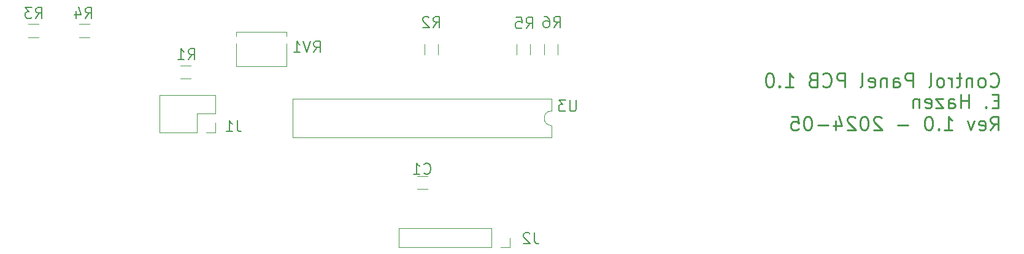
<source format=gbr>
%TF.GenerationSoftware,KiCad,Pcbnew,8.0.1-8.0.1-1~ubuntu22.04.1*%
%TF.CreationDate,2024-04-28T12:17:03-04:00*%
%TF.ProjectId,control-panel,636f6e74-726f-46c2-9d70-616e656c2e6b,rev?*%
%TF.SameCoordinates,Original*%
%TF.FileFunction,Legend,Bot*%
%TF.FilePolarity,Positive*%
%FSLAX46Y46*%
G04 Gerber Fmt 4.6, Leading zero omitted, Abs format (unit mm)*
G04 Created by KiCad (PCBNEW 8.0.1-8.0.1-1~ubuntu22.04.1) date 2024-04-28 12:17:03*
%MOMM*%
%LPD*%
G01*
G04 APERTURE LIST*
%ADD10C,0.254000*%
%ADD11C,0.203200*%
%ADD12C,0.120000*%
G04 APERTURE END LIST*
D10*
X220486323Y-67443856D02*
X219851323Y-67443856D01*
X219579180Y-68441713D02*
X220486323Y-68441713D01*
X220486323Y-68441713D02*
X220486323Y-66536713D01*
X220486323Y-66536713D02*
X219579180Y-66536713D01*
X218762752Y-68260284D02*
X218672038Y-68350999D01*
X218672038Y-68350999D02*
X218762752Y-68441713D01*
X218762752Y-68441713D02*
X218853466Y-68350999D01*
X218853466Y-68350999D02*
X218762752Y-68260284D01*
X218762752Y-68260284D02*
X218762752Y-68441713D01*
X216404180Y-68441713D02*
X216404180Y-66536713D01*
X216404180Y-67443856D02*
X215315609Y-67443856D01*
X215315609Y-68441713D02*
X215315609Y-66536713D01*
X213592038Y-68441713D02*
X213592038Y-67443856D01*
X213592038Y-67443856D02*
X213682752Y-67262427D01*
X213682752Y-67262427D02*
X213864180Y-67171713D01*
X213864180Y-67171713D02*
X214227038Y-67171713D01*
X214227038Y-67171713D02*
X214408466Y-67262427D01*
X213592038Y-68350999D02*
X213773466Y-68441713D01*
X213773466Y-68441713D02*
X214227038Y-68441713D01*
X214227038Y-68441713D02*
X214408466Y-68350999D01*
X214408466Y-68350999D02*
X214499180Y-68169570D01*
X214499180Y-68169570D02*
X214499180Y-67988141D01*
X214499180Y-67988141D02*
X214408466Y-67806713D01*
X214408466Y-67806713D02*
X214227038Y-67715999D01*
X214227038Y-67715999D02*
X213773466Y-67715999D01*
X213773466Y-67715999D02*
X213592038Y-67625284D01*
X212866324Y-67171713D02*
X211868467Y-67171713D01*
X211868467Y-67171713D02*
X212866324Y-68441713D01*
X212866324Y-68441713D02*
X211868467Y-68441713D01*
X210417038Y-68350999D02*
X210598466Y-68441713D01*
X210598466Y-68441713D02*
X210961324Y-68441713D01*
X210961324Y-68441713D02*
X211142752Y-68350999D01*
X211142752Y-68350999D02*
X211233466Y-68169570D01*
X211233466Y-68169570D02*
X211233466Y-67443856D01*
X211233466Y-67443856D02*
X211142752Y-67262427D01*
X211142752Y-67262427D02*
X210961324Y-67171713D01*
X210961324Y-67171713D02*
X210598466Y-67171713D01*
X210598466Y-67171713D02*
X210417038Y-67262427D01*
X210417038Y-67262427D02*
X210326324Y-67443856D01*
X210326324Y-67443856D02*
X210326324Y-67625284D01*
X210326324Y-67625284D02*
X211233466Y-67806713D01*
X209509895Y-67171713D02*
X209509895Y-68441713D01*
X209509895Y-67353141D02*
X209419181Y-67262427D01*
X209419181Y-67262427D02*
X209237752Y-67171713D01*
X209237752Y-67171713D02*
X208965609Y-67171713D01*
X208965609Y-67171713D02*
X208784181Y-67262427D01*
X208784181Y-67262427D02*
X208693467Y-67443856D01*
X208693467Y-67443856D02*
X208693467Y-68441713D01*
X219397752Y-71508656D02*
X220032752Y-70601513D01*
X220486323Y-71508656D02*
X220486323Y-69603656D01*
X220486323Y-69603656D02*
X219760609Y-69603656D01*
X219760609Y-69603656D02*
X219579180Y-69694370D01*
X219579180Y-69694370D02*
X219488466Y-69785084D01*
X219488466Y-69785084D02*
X219397752Y-69966513D01*
X219397752Y-69966513D02*
X219397752Y-70238656D01*
X219397752Y-70238656D02*
X219488466Y-70420084D01*
X219488466Y-70420084D02*
X219579180Y-70510799D01*
X219579180Y-70510799D02*
X219760609Y-70601513D01*
X219760609Y-70601513D02*
X220486323Y-70601513D01*
X217855609Y-71417942D02*
X218037037Y-71508656D01*
X218037037Y-71508656D02*
X218399895Y-71508656D01*
X218399895Y-71508656D02*
X218581323Y-71417942D01*
X218581323Y-71417942D02*
X218672037Y-71236513D01*
X218672037Y-71236513D02*
X218672037Y-70510799D01*
X218672037Y-70510799D02*
X218581323Y-70329370D01*
X218581323Y-70329370D02*
X218399895Y-70238656D01*
X218399895Y-70238656D02*
X218037037Y-70238656D01*
X218037037Y-70238656D02*
X217855609Y-70329370D01*
X217855609Y-70329370D02*
X217764895Y-70510799D01*
X217764895Y-70510799D02*
X217764895Y-70692227D01*
X217764895Y-70692227D02*
X218672037Y-70873656D01*
X217129895Y-70238656D02*
X216676323Y-71508656D01*
X216676323Y-71508656D02*
X216222752Y-70238656D01*
X213047751Y-71508656D02*
X214136322Y-71508656D01*
X213592037Y-71508656D02*
X213592037Y-69603656D01*
X213592037Y-69603656D02*
X213773465Y-69875799D01*
X213773465Y-69875799D02*
X213954894Y-70057227D01*
X213954894Y-70057227D02*
X214136322Y-70147942D01*
X212231322Y-71327227D02*
X212140608Y-71417942D01*
X212140608Y-71417942D02*
X212231322Y-71508656D01*
X212231322Y-71508656D02*
X212322036Y-71417942D01*
X212322036Y-71417942D02*
X212231322Y-71327227D01*
X212231322Y-71327227D02*
X212231322Y-71508656D01*
X210961322Y-69603656D02*
X210779893Y-69603656D01*
X210779893Y-69603656D02*
X210598465Y-69694370D01*
X210598465Y-69694370D02*
X210507751Y-69785084D01*
X210507751Y-69785084D02*
X210417036Y-69966513D01*
X210417036Y-69966513D02*
X210326322Y-70329370D01*
X210326322Y-70329370D02*
X210326322Y-70782942D01*
X210326322Y-70782942D02*
X210417036Y-71145799D01*
X210417036Y-71145799D02*
X210507751Y-71327227D01*
X210507751Y-71327227D02*
X210598465Y-71417942D01*
X210598465Y-71417942D02*
X210779893Y-71508656D01*
X210779893Y-71508656D02*
X210961322Y-71508656D01*
X210961322Y-71508656D02*
X211142751Y-71417942D01*
X211142751Y-71417942D02*
X211233465Y-71327227D01*
X211233465Y-71327227D02*
X211324179Y-71145799D01*
X211324179Y-71145799D02*
X211414893Y-70782942D01*
X211414893Y-70782942D02*
X211414893Y-70329370D01*
X211414893Y-70329370D02*
X211324179Y-69966513D01*
X211324179Y-69966513D02*
X211233465Y-69785084D01*
X211233465Y-69785084D02*
X211142751Y-69694370D01*
X211142751Y-69694370D02*
X210961322Y-69603656D01*
X208058464Y-70782942D02*
X206607036Y-70782942D01*
X204339178Y-69785084D02*
X204248464Y-69694370D01*
X204248464Y-69694370D02*
X204067036Y-69603656D01*
X204067036Y-69603656D02*
X203613464Y-69603656D01*
X203613464Y-69603656D02*
X203432036Y-69694370D01*
X203432036Y-69694370D02*
X203341321Y-69785084D01*
X203341321Y-69785084D02*
X203250607Y-69966513D01*
X203250607Y-69966513D02*
X203250607Y-70147942D01*
X203250607Y-70147942D02*
X203341321Y-70420084D01*
X203341321Y-70420084D02*
X204429893Y-71508656D01*
X204429893Y-71508656D02*
X203250607Y-71508656D01*
X202071321Y-69603656D02*
X201889892Y-69603656D01*
X201889892Y-69603656D02*
X201708464Y-69694370D01*
X201708464Y-69694370D02*
X201617750Y-69785084D01*
X201617750Y-69785084D02*
X201527035Y-69966513D01*
X201527035Y-69966513D02*
X201436321Y-70329370D01*
X201436321Y-70329370D02*
X201436321Y-70782942D01*
X201436321Y-70782942D02*
X201527035Y-71145799D01*
X201527035Y-71145799D02*
X201617750Y-71327227D01*
X201617750Y-71327227D02*
X201708464Y-71417942D01*
X201708464Y-71417942D02*
X201889892Y-71508656D01*
X201889892Y-71508656D02*
X202071321Y-71508656D01*
X202071321Y-71508656D02*
X202252750Y-71417942D01*
X202252750Y-71417942D02*
X202343464Y-71327227D01*
X202343464Y-71327227D02*
X202434178Y-71145799D01*
X202434178Y-71145799D02*
X202524892Y-70782942D01*
X202524892Y-70782942D02*
X202524892Y-70329370D01*
X202524892Y-70329370D02*
X202434178Y-69966513D01*
X202434178Y-69966513D02*
X202343464Y-69785084D01*
X202343464Y-69785084D02*
X202252750Y-69694370D01*
X202252750Y-69694370D02*
X202071321Y-69603656D01*
X200710606Y-69785084D02*
X200619892Y-69694370D01*
X200619892Y-69694370D02*
X200438464Y-69603656D01*
X200438464Y-69603656D02*
X199984892Y-69603656D01*
X199984892Y-69603656D02*
X199803464Y-69694370D01*
X199803464Y-69694370D02*
X199712749Y-69785084D01*
X199712749Y-69785084D02*
X199622035Y-69966513D01*
X199622035Y-69966513D02*
X199622035Y-70147942D01*
X199622035Y-70147942D02*
X199712749Y-70420084D01*
X199712749Y-70420084D02*
X200801321Y-71508656D01*
X200801321Y-71508656D02*
X199622035Y-71508656D01*
X197989178Y-70238656D02*
X197989178Y-71508656D01*
X198442749Y-69512942D02*
X198896320Y-70873656D01*
X198896320Y-70873656D02*
X197717035Y-70873656D01*
X196991320Y-70782942D02*
X195539892Y-70782942D01*
X194269892Y-69603656D02*
X194088463Y-69603656D01*
X194088463Y-69603656D02*
X193907035Y-69694370D01*
X193907035Y-69694370D02*
X193816321Y-69785084D01*
X193816321Y-69785084D02*
X193725606Y-69966513D01*
X193725606Y-69966513D02*
X193634892Y-70329370D01*
X193634892Y-70329370D02*
X193634892Y-70782942D01*
X193634892Y-70782942D02*
X193725606Y-71145799D01*
X193725606Y-71145799D02*
X193816321Y-71327227D01*
X193816321Y-71327227D02*
X193907035Y-71417942D01*
X193907035Y-71417942D02*
X194088463Y-71508656D01*
X194088463Y-71508656D02*
X194269892Y-71508656D01*
X194269892Y-71508656D02*
X194451321Y-71417942D01*
X194451321Y-71417942D02*
X194542035Y-71327227D01*
X194542035Y-71327227D02*
X194632749Y-71145799D01*
X194632749Y-71145799D02*
X194723463Y-70782942D01*
X194723463Y-70782942D02*
X194723463Y-70329370D01*
X194723463Y-70329370D02*
X194632749Y-69966513D01*
X194632749Y-69966513D02*
X194542035Y-69785084D01*
X194542035Y-69785084D02*
X194451321Y-69694370D01*
X194451321Y-69694370D02*
X194269892Y-69603656D01*
X191911320Y-69603656D02*
X192818463Y-69603656D01*
X192818463Y-69603656D02*
X192909177Y-70510799D01*
X192909177Y-70510799D02*
X192818463Y-70420084D01*
X192818463Y-70420084D02*
X192637035Y-70329370D01*
X192637035Y-70329370D02*
X192183463Y-70329370D01*
X192183463Y-70329370D02*
X192002035Y-70420084D01*
X192002035Y-70420084D02*
X191911320Y-70510799D01*
X191911320Y-70510799D02*
X191820606Y-70692227D01*
X191820606Y-70692227D02*
X191820606Y-71145799D01*
X191820606Y-71145799D02*
X191911320Y-71327227D01*
X191911320Y-71327227D02*
X192002035Y-71417942D01*
X192002035Y-71417942D02*
X192183463Y-71508656D01*
X192183463Y-71508656D02*
X192637035Y-71508656D01*
X192637035Y-71508656D02*
X192818463Y-71417942D01*
X192818463Y-71417942D02*
X192909177Y-71327227D01*
X219397752Y-65358227D02*
X219488466Y-65448942D01*
X219488466Y-65448942D02*
X219760609Y-65539656D01*
X219760609Y-65539656D02*
X219942037Y-65539656D01*
X219942037Y-65539656D02*
X220214180Y-65448942D01*
X220214180Y-65448942D02*
X220395609Y-65267513D01*
X220395609Y-65267513D02*
X220486323Y-65086084D01*
X220486323Y-65086084D02*
X220577037Y-64723227D01*
X220577037Y-64723227D02*
X220577037Y-64451084D01*
X220577037Y-64451084D02*
X220486323Y-64088227D01*
X220486323Y-64088227D02*
X220395609Y-63906799D01*
X220395609Y-63906799D02*
X220214180Y-63725370D01*
X220214180Y-63725370D02*
X219942037Y-63634656D01*
X219942037Y-63634656D02*
X219760609Y-63634656D01*
X219760609Y-63634656D02*
X219488466Y-63725370D01*
X219488466Y-63725370D02*
X219397752Y-63816084D01*
X218309180Y-65539656D02*
X218490609Y-65448942D01*
X218490609Y-65448942D02*
X218581323Y-65358227D01*
X218581323Y-65358227D02*
X218672037Y-65176799D01*
X218672037Y-65176799D02*
X218672037Y-64632513D01*
X218672037Y-64632513D02*
X218581323Y-64451084D01*
X218581323Y-64451084D02*
X218490609Y-64360370D01*
X218490609Y-64360370D02*
X218309180Y-64269656D01*
X218309180Y-64269656D02*
X218037037Y-64269656D01*
X218037037Y-64269656D02*
X217855609Y-64360370D01*
X217855609Y-64360370D02*
X217764895Y-64451084D01*
X217764895Y-64451084D02*
X217674180Y-64632513D01*
X217674180Y-64632513D02*
X217674180Y-65176799D01*
X217674180Y-65176799D02*
X217764895Y-65358227D01*
X217764895Y-65358227D02*
X217855609Y-65448942D01*
X217855609Y-65448942D02*
X218037037Y-65539656D01*
X218037037Y-65539656D02*
X218309180Y-65539656D01*
X216857752Y-64269656D02*
X216857752Y-65539656D01*
X216857752Y-64451084D02*
X216767038Y-64360370D01*
X216767038Y-64360370D02*
X216585609Y-64269656D01*
X216585609Y-64269656D02*
X216313466Y-64269656D01*
X216313466Y-64269656D02*
X216132038Y-64360370D01*
X216132038Y-64360370D02*
X216041324Y-64541799D01*
X216041324Y-64541799D02*
X216041324Y-65539656D01*
X215406324Y-64269656D02*
X214680610Y-64269656D01*
X215134181Y-63634656D02*
X215134181Y-65267513D01*
X215134181Y-65267513D02*
X215043467Y-65448942D01*
X215043467Y-65448942D02*
X214862038Y-65539656D01*
X214862038Y-65539656D02*
X214680610Y-65539656D01*
X214045610Y-65539656D02*
X214045610Y-64269656D01*
X214045610Y-64632513D02*
X213954896Y-64451084D01*
X213954896Y-64451084D02*
X213864182Y-64360370D01*
X213864182Y-64360370D02*
X213682753Y-64269656D01*
X213682753Y-64269656D02*
X213501324Y-64269656D01*
X212594181Y-65539656D02*
X212775610Y-65448942D01*
X212775610Y-65448942D02*
X212866324Y-65358227D01*
X212866324Y-65358227D02*
X212957038Y-65176799D01*
X212957038Y-65176799D02*
X212957038Y-64632513D01*
X212957038Y-64632513D02*
X212866324Y-64451084D01*
X212866324Y-64451084D02*
X212775610Y-64360370D01*
X212775610Y-64360370D02*
X212594181Y-64269656D01*
X212594181Y-64269656D02*
X212322038Y-64269656D01*
X212322038Y-64269656D02*
X212140610Y-64360370D01*
X212140610Y-64360370D02*
X212049896Y-64451084D01*
X212049896Y-64451084D02*
X211959181Y-64632513D01*
X211959181Y-64632513D02*
X211959181Y-65176799D01*
X211959181Y-65176799D02*
X212049896Y-65358227D01*
X212049896Y-65358227D02*
X212140610Y-65448942D01*
X212140610Y-65448942D02*
X212322038Y-65539656D01*
X212322038Y-65539656D02*
X212594181Y-65539656D01*
X210870610Y-65539656D02*
X211052039Y-65448942D01*
X211052039Y-65448942D02*
X211142753Y-65267513D01*
X211142753Y-65267513D02*
X211142753Y-63634656D01*
X208693467Y-65539656D02*
X208693467Y-63634656D01*
X208693467Y-63634656D02*
X207967753Y-63634656D01*
X207967753Y-63634656D02*
X207786324Y-63725370D01*
X207786324Y-63725370D02*
X207695610Y-63816084D01*
X207695610Y-63816084D02*
X207604896Y-63997513D01*
X207604896Y-63997513D02*
X207604896Y-64269656D01*
X207604896Y-64269656D02*
X207695610Y-64451084D01*
X207695610Y-64451084D02*
X207786324Y-64541799D01*
X207786324Y-64541799D02*
X207967753Y-64632513D01*
X207967753Y-64632513D02*
X208693467Y-64632513D01*
X205972039Y-65539656D02*
X205972039Y-64541799D01*
X205972039Y-64541799D02*
X206062753Y-64360370D01*
X206062753Y-64360370D02*
X206244181Y-64269656D01*
X206244181Y-64269656D02*
X206607039Y-64269656D01*
X206607039Y-64269656D02*
X206788467Y-64360370D01*
X205972039Y-65448942D02*
X206153467Y-65539656D01*
X206153467Y-65539656D02*
X206607039Y-65539656D01*
X206607039Y-65539656D02*
X206788467Y-65448942D01*
X206788467Y-65448942D02*
X206879181Y-65267513D01*
X206879181Y-65267513D02*
X206879181Y-65086084D01*
X206879181Y-65086084D02*
X206788467Y-64904656D01*
X206788467Y-64904656D02*
X206607039Y-64813942D01*
X206607039Y-64813942D02*
X206153467Y-64813942D01*
X206153467Y-64813942D02*
X205972039Y-64723227D01*
X205064896Y-64269656D02*
X205064896Y-65539656D01*
X205064896Y-64451084D02*
X204974182Y-64360370D01*
X204974182Y-64360370D02*
X204792753Y-64269656D01*
X204792753Y-64269656D02*
X204520610Y-64269656D01*
X204520610Y-64269656D02*
X204339182Y-64360370D01*
X204339182Y-64360370D02*
X204248468Y-64541799D01*
X204248468Y-64541799D02*
X204248468Y-65539656D01*
X202615611Y-65448942D02*
X202797039Y-65539656D01*
X202797039Y-65539656D02*
X203159897Y-65539656D01*
X203159897Y-65539656D02*
X203341325Y-65448942D01*
X203341325Y-65448942D02*
X203432039Y-65267513D01*
X203432039Y-65267513D02*
X203432039Y-64541799D01*
X203432039Y-64541799D02*
X203341325Y-64360370D01*
X203341325Y-64360370D02*
X203159897Y-64269656D01*
X203159897Y-64269656D02*
X202797039Y-64269656D01*
X202797039Y-64269656D02*
X202615611Y-64360370D01*
X202615611Y-64360370D02*
X202524897Y-64541799D01*
X202524897Y-64541799D02*
X202524897Y-64723227D01*
X202524897Y-64723227D02*
X203432039Y-64904656D01*
X201436325Y-65539656D02*
X201617754Y-65448942D01*
X201617754Y-65448942D02*
X201708468Y-65267513D01*
X201708468Y-65267513D02*
X201708468Y-63634656D01*
X199259182Y-65539656D02*
X199259182Y-63634656D01*
X199259182Y-63634656D02*
X198533468Y-63634656D01*
X198533468Y-63634656D02*
X198352039Y-63725370D01*
X198352039Y-63725370D02*
X198261325Y-63816084D01*
X198261325Y-63816084D02*
X198170611Y-63997513D01*
X198170611Y-63997513D02*
X198170611Y-64269656D01*
X198170611Y-64269656D02*
X198261325Y-64451084D01*
X198261325Y-64451084D02*
X198352039Y-64541799D01*
X198352039Y-64541799D02*
X198533468Y-64632513D01*
X198533468Y-64632513D02*
X199259182Y-64632513D01*
X196265611Y-65358227D02*
X196356325Y-65448942D01*
X196356325Y-65448942D02*
X196628468Y-65539656D01*
X196628468Y-65539656D02*
X196809896Y-65539656D01*
X196809896Y-65539656D02*
X197082039Y-65448942D01*
X197082039Y-65448942D02*
X197263468Y-65267513D01*
X197263468Y-65267513D02*
X197354182Y-65086084D01*
X197354182Y-65086084D02*
X197444896Y-64723227D01*
X197444896Y-64723227D02*
X197444896Y-64451084D01*
X197444896Y-64451084D02*
X197354182Y-64088227D01*
X197354182Y-64088227D02*
X197263468Y-63906799D01*
X197263468Y-63906799D02*
X197082039Y-63725370D01*
X197082039Y-63725370D02*
X196809896Y-63634656D01*
X196809896Y-63634656D02*
X196628468Y-63634656D01*
X196628468Y-63634656D02*
X196356325Y-63725370D01*
X196356325Y-63725370D02*
X196265611Y-63816084D01*
X194814182Y-64541799D02*
X194542039Y-64632513D01*
X194542039Y-64632513D02*
X194451325Y-64723227D01*
X194451325Y-64723227D02*
X194360611Y-64904656D01*
X194360611Y-64904656D02*
X194360611Y-65176799D01*
X194360611Y-65176799D02*
X194451325Y-65358227D01*
X194451325Y-65358227D02*
X194542039Y-65448942D01*
X194542039Y-65448942D02*
X194723468Y-65539656D01*
X194723468Y-65539656D02*
X195449182Y-65539656D01*
X195449182Y-65539656D02*
X195449182Y-63634656D01*
X195449182Y-63634656D02*
X194814182Y-63634656D01*
X194814182Y-63634656D02*
X194632754Y-63725370D01*
X194632754Y-63725370D02*
X194542039Y-63816084D01*
X194542039Y-63816084D02*
X194451325Y-63997513D01*
X194451325Y-63997513D02*
X194451325Y-64178942D01*
X194451325Y-64178942D02*
X194542039Y-64360370D01*
X194542039Y-64360370D02*
X194632754Y-64451084D01*
X194632754Y-64451084D02*
X194814182Y-64541799D01*
X194814182Y-64541799D02*
X195449182Y-64541799D01*
X191094896Y-65539656D02*
X192183467Y-65539656D01*
X191639182Y-65539656D02*
X191639182Y-63634656D01*
X191639182Y-63634656D02*
X191820610Y-63906799D01*
X191820610Y-63906799D02*
X192002039Y-64088227D01*
X192002039Y-64088227D02*
X192183467Y-64178942D01*
X190278467Y-65358227D02*
X190187753Y-65448942D01*
X190187753Y-65448942D02*
X190278467Y-65539656D01*
X190278467Y-65539656D02*
X190369181Y-65448942D01*
X190369181Y-65448942D02*
X190278467Y-65358227D01*
X190278467Y-65358227D02*
X190278467Y-65539656D01*
X189008467Y-63634656D02*
X188827038Y-63634656D01*
X188827038Y-63634656D02*
X188645610Y-63725370D01*
X188645610Y-63725370D02*
X188554896Y-63816084D01*
X188554896Y-63816084D02*
X188464181Y-63997513D01*
X188464181Y-63997513D02*
X188373467Y-64360370D01*
X188373467Y-64360370D02*
X188373467Y-64813942D01*
X188373467Y-64813942D02*
X188464181Y-65176799D01*
X188464181Y-65176799D02*
X188554896Y-65358227D01*
X188554896Y-65358227D02*
X188645610Y-65448942D01*
X188645610Y-65448942D02*
X188827038Y-65539656D01*
X188827038Y-65539656D02*
X189008467Y-65539656D01*
X189008467Y-65539656D02*
X189189896Y-65448942D01*
X189189896Y-65448942D02*
X189280610Y-65358227D01*
X189280610Y-65358227D02*
X189371324Y-65176799D01*
X189371324Y-65176799D02*
X189462038Y-64813942D01*
X189462038Y-64813942D02*
X189462038Y-64360370D01*
X189462038Y-64360370D02*
X189371324Y-63997513D01*
X189371324Y-63997513D02*
X189280610Y-63816084D01*
X189280610Y-63816084D02*
X189189896Y-63725370D01*
X189189896Y-63725370D02*
X189008467Y-63634656D01*
D11*
X126002142Y-60765464D02*
X126510142Y-60039750D01*
X126872999Y-60765464D02*
X126872999Y-59241464D01*
X126872999Y-59241464D02*
X126292428Y-59241464D01*
X126292428Y-59241464D02*
X126147285Y-59314035D01*
X126147285Y-59314035D02*
X126074714Y-59386607D01*
X126074714Y-59386607D02*
X126002142Y-59531750D01*
X126002142Y-59531750D02*
X126002142Y-59749464D01*
X126002142Y-59749464D02*
X126074714Y-59894607D01*
X126074714Y-59894607D02*
X126147285Y-59967178D01*
X126147285Y-59967178D02*
X126292428Y-60039750D01*
X126292428Y-60039750D02*
X126872999Y-60039750D01*
X125566714Y-59241464D02*
X125058714Y-60765464D01*
X125058714Y-60765464D02*
X124550714Y-59241464D01*
X123244428Y-60765464D02*
X124115285Y-60765464D01*
X123679856Y-60765464D02*
X123679856Y-59241464D01*
X123679856Y-59241464D02*
X123824999Y-59459178D01*
X123824999Y-59459178D02*
X123970142Y-59604321D01*
X123970142Y-59604321D02*
X124115285Y-59676893D01*
X108711999Y-61781464D02*
X109219999Y-61055750D01*
X109582856Y-61781464D02*
X109582856Y-60257464D01*
X109582856Y-60257464D02*
X109002285Y-60257464D01*
X109002285Y-60257464D02*
X108857142Y-60330035D01*
X108857142Y-60330035D02*
X108784571Y-60402607D01*
X108784571Y-60402607D02*
X108711999Y-60547750D01*
X108711999Y-60547750D02*
X108711999Y-60765464D01*
X108711999Y-60765464D02*
X108784571Y-60910607D01*
X108784571Y-60910607D02*
X108857142Y-60983178D01*
X108857142Y-60983178D02*
X109002285Y-61055750D01*
X109002285Y-61055750D02*
X109582856Y-61055750D01*
X107260571Y-61781464D02*
X108131428Y-61781464D01*
X107695999Y-61781464D02*
X107695999Y-60257464D01*
X107695999Y-60257464D02*
X107841142Y-60475178D01*
X107841142Y-60475178D02*
X107986285Y-60620321D01*
X107986285Y-60620321D02*
X108131428Y-60692893D01*
X156464000Y-85657464D02*
X156464000Y-86746035D01*
X156464000Y-86746035D02*
X156536571Y-86963750D01*
X156536571Y-86963750D02*
X156681714Y-87108893D01*
X156681714Y-87108893D02*
X156899428Y-87181464D01*
X156899428Y-87181464D02*
X157044571Y-87181464D01*
X155810857Y-85802607D02*
X155738285Y-85730035D01*
X155738285Y-85730035D02*
X155593143Y-85657464D01*
X155593143Y-85657464D02*
X155230285Y-85657464D01*
X155230285Y-85657464D02*
X155085143Y-85730035D01*
X155085143Y-85730035D02*
X155012571Y-85802607D01*
X155012571Y-85802607D02*
X154940000Y-85947750D01*
X154940000Y-85947750D02*
X154940000Y-86092893D01*
X154940000Y-86092893D02*
X155012571Y-86310607D01*
X155012571Y-86310607D02*
X155883428Y-87181464D01*
X155883428Y-87181464D02*
X154940000Y-87181464D01*
X94487999Y-56066464D02*
X94995999Y-55340750D01*
X95358856Y-56066464D02*
X95358856Y-54542464D01*
X95358856Y-54542464D02*
X94778285Y-54542464D01*
X94778285Y-54542464D02*
X94633142Y-54615035D01*
X94633142Y-54615035D02*
X94560571Y-54687607D01*
X94560571Y-54687607D02*
X94487999Y-54832750D01*
X94487999Y-54832750D02*
X94487999Y-55050464D01*
X94487999Y-55050464D02*
X94560571Y-55195607D01*
X94560571Y-55195607D02*
X94633142Y-55268178D01*
X94633142Y-55268178D02*
X94778285Y-55340750D01*
X94778285Y-55340750D02*
X95358856Y-55340750D01*
X93181714Y-55050464D02*
X93181714Y-56066464D01*
X93544571Y-54469893D02*
X93907428Y-55558464D01*
X93907428Y-55558464D02*
X92963999Y-55558464D01*
X87629999Y-56066464D02*
X88137999Y-55340750D01*
X88500856Y-56066464D02*
X88500856Y-54542464D01*
X88500856Y-54542464D02*
X87920285Y-54542464D01*
X87920285Y-54542464D02*
X87775142Y-54615035D01*
X87775142Y-54615035D02*
X87702571Y-54687607D01*
X87702571Y-54687607D02*
X87629999Y-54832750D01*
X87629999Y-54832750D02*
X87629999Y-55050464D01*
X87629999Y-55050464D02*
X87702571Y-55195607D01*
X87702571Y-55195607D02*
X87775142Y-55268178D01*
X87775142Y-55268178D02*
X87920285Y-55340750D01*
X87920285Y-55340750D02*
X88500856Y-55340750D01*
X87121999Y-54542464D02*
X86178571Y-54542464D01*
X86178571Y-54542464D02*
X86686571Y-55123035D01*
X86686571Y-55123035D02*
X86468856Y-55123035D01*
X86468856Y-55123035D02*
X86323714Y-55195607D01*
X86323714Y-55195607D02*
X86251142Y-55268178D01*
X86251142Y-55268178D02*
X86178571Y-55413321D01*
X86178571Y-55413321D02*
X86178571Y-55776178D01*
X86178571Y-55776178D02*
X86251142Y-55921321D01*
X86251142Y-55921321D02*
X86323714Y-55993893D01*
X86323714Y-55993893D02*
X86468856Y-56066464D01*
X86468856Y-56066464D02*
X86904285Y-56066464D01*
X86904285Y-56066464D02*
X87049428Y-55993893D01*
X87049428Y-55993893D02*
X87121999Y-55921321D01*
X115443000Y-70163464D02*
X115443000Y-71252035D01*
X115443000Y-71252035D02*
X115515571Y-71469750D01*
X115515571Y-71469750D02*
X115660714Y-71614893D01*
X115660714Y-71614893D02*
X115878428Y-71687464D01*
X115878428Y-71687464D02*
X116023571Y-71687464D01*
X113919000Y-71687464D02*
X114789857Y-71687464D01*
X114354428Y-71687464D02*
X114354428Y-70163464D01*
X114354428Y-70163464D02*
X114499571Y-70381178D01*
X114499571Y-70381178D02*
X114644714Y-70526321D01*
X114644714Y-70526321D02*
X114789857Y-70598893D01*
X159130999Y-57336464D02*
X159638999Y-56610750D01*
X160001856Y-57336464D02*
X160001856Y-55812464D01*
X160001856Y-55812464D02*
X159421285Y-55812464D01*
X159421285Y-55812464D02*
X159276142Y-55885035D01*
X159276142Y-55885035D02*
X159203571Y-55957607D01*
X159203571Y-55957607D02*
X159130999Y-56102750D01*
X159130999Y-56102750D02*
X159130999Y-56320464D01*
X159130999Y-56320464D02*
X159203571Y-56465607D01*
X159203571Y-56465607D02*
X159276142Y-56538178D01*
X159276142Y-56538178D02*
X159421285Y-56610750D01*
X159421285Y-56610750D02*
X160001856Y-56610750D01*
X157824714Y-55812464D02*
X158114999Y-55812464D01*
X158114999Y-55812464D02*
X158260142Y-55885035D01*
X158260142Y-55885035D02*
X158332714Y-55957607D01*
X158332714Y-55957607D02*
X158477856Y-56175321D01*
X158477856Y-56175321D02*
X158550428Y-56465607D01*
X158550428Y-56465607D02*
X158550428Y-57046178D01*
X158550428Y-57046178D02*
X158477856Y-57191321D01*
X158477856Y-57191321D02*
X158405285Y-57263893D01*
X158405285Y-57263893D02*
X158260142Y-57336464D01*
X158260142Y-57336464D02*
X157969856Y-57336464D01*
X157969856Y-57336464D02*
X157824714Y-57263893D01*
X157824714Y-57263893D02*
X157752142Y-57191321D01*
X157752142Y-57191321D02*
X157679571Y-57046178D01*
X157679571Y-57046178D02*
X157679571Y-56683321D01*
X157679571Y-56683321D02*
X157752142Y-56538178D01*
X157752142Y-56538178D02*
X157824714Y-56465607D01*
X157824714Y-56465607D02*
X157969856Y-56393035D01*
X157969856Y-56393035D02*
X158260142Y-56393035D01*
X158260142Y-56393035D02*
X158405285Y-56465607D01*
X158405285Y-56465607D02*
X158477856Y-56538178D01*
X158477856Y-56538178D02*
X158550428Y-56683321D01*
X141223999Y-77439321D02*
X141296571Y-77511893D01*
X141296571Y-77511893D02*
X141514285Y-77584464D01*
X141514285Y-77584464D02*
X141659428Y-77584464D01*
X141659428Y-77584464D02*
X141877142Y-77511893D01*
X141877142Y-77511893D02*
X142022285Y-77366750D01*
X142022285Y-77366750D02*
X142094856Y-77221607D01*
X142094856Y-77221607D02*
X142167428Y-76931321D01*
X142167428Y-76931321D02*
X142167428Y-76713607D01*
X142167428Y-76713607D02*
X142094856Y-76423321D01*
X142094856Y-76423321D02*
X142022285Y-76278178D01*
X142022285Y-76278178D02*
X141877142Y-76133035D01*
X141877142Y-76133035D02*
X141659428Y-76060464D01*
X141659428Y-76060464D02*
X141514285Y-76060464D01*
X141514285Y-76060464D02*
X141296571Y-76133035D01*
X141296571Y-76133035D02*
X141223999Y-76205607D01*
X139772571Y-77584464D02*
X140643428Y-77584464D01*
X140207999Y-77584464D02*
X140207999Y-76060464D01*
X140207999Y-76060464D02*
X140353142Y-76278178D01*
X140353142Y-76278178D02*
X140498285Y-76423321D01*
X140498285Y-76423321D02*
X140643428Y-76495893D01*
X155320999Y-57463464D02*
X155828999Y-56737750D01*
X156191856Y-57463464D02*
X156191856Y-55939464D01*
X156191856Y-55939464D02*
X155611285Y-55939464D01*
X155611285Y-55939464D02*
X155466142Y-56012035D01*
X155466142Y-56012035D02*
X155393571Y-56084607D01*
X155393571Y-56084607D02*
X155320999Y-56229750D01*
X155320999Y-56229750D02*
X155320999Y-56447464D01*
X155320999Y-56447464D02*
X155393571Y-56592607D01*
X155393571Y-56592607D02*
X155466142Y-56665178D01*
X155466142Y-56665178D02*
X155611285Y-56737750D01*
X155611285Y-56737750D02*
X156191856Y-56737750D01*
X153942142Y-55939464D02*
X154667856Y-55939464D01*
X154667856Y-55939464D02*
X154740428Y-56665178D01*
X154740428Y-56665178D02*
X154667856Y-56592607D01*
X154667856Y-56592607D02*
X154522714Y-56520035D01*
X154522714Y-56520035D02*
X154159856Y-56520035D01*
X154159856Y-56520035D02*
X154014714Y-56592607D01*
X154014714Y-56592607D02*
X153942142Y-56665178D01*
X153942142Y-56665178D02*
X153869571Y-56810321D01*
X153869571Y-56810321D02*
X153869571Y-57173178D01*
X153869571Y-57173178D02*
X153942142Y-57318321D01*
X153942142Y-57318321D02*
X154014714Y-57390893D01*
X154014714Y-57390893D02*
X154159856Y-57463464D01*
X154159856Y-57463464D02*
X154522714Y-57463464D01*
X154522714Y-57463464D02*
X154667856Y-57390893D01*
X154667856Y-57390893D02*
X154740428Y-57318321D01*
X142493999Y-57336464D02*
X143001999Y-56610750D01*
X143364856Y-57336464D02*
X143364856Y-55812464D01*
X143364856Y-55812464D02*
X142784285Y-55812464D01*
X142784285Y-55812464D02*
X142639142Y-55885035D01*
X142639142Y-55885035D02*
X142566571Y-55957607D01*
X142566571Y-55957607D02*
X142493999Y-56102750D01*
X142493999Y-56102750D02*
X142493999Y-56320464D01*
X142493999Y-56320464D02*
X142566571Y-56465607D01*
X142566571Y-56465607D02*
X142639142Y-56538178D01*
X142639142Y-56538178D02*
X142784285Y-56610750D01*
X142784285Y-56610750D02*
X143364856Y-56610750D01*
X141913428Y-55957607D02*
X141840856Y-55885035D01*
X141840856Y-55885035D02*
X141695714Y-55812464D01*
X141695714Y-55812464D02*
X141332856Y-55812464D01*
X141332856Y-55812464D02*
X141187714Y-55885035D01*
X141187714Y-55885035D02*
X141115142Y-55957607D01*
X141115142Y-55957607D02*
X141042571Y-56102750D01*
X141042571Y-56102750D02*
X141042571Y-56247893D01*
X141042571Y-56247893D02*
X141115142Y-56465607D01*
X141115142Y-56465607D02*
X141985999Y-57336464D01*
X141985999Y-57336464D02*
X141042571Y-57336464D01*
X162197142Y-67369464D02*
X162197142Y-68603178D01*
X162197142Y-68603178D02*
X162124571Y-68748321D01*
X162124571Y-68748321D02*
X162052000Y-68820893D01*
X162052000Y-68820893D02*
X161906857Y-68893464D01*
X161906857Y-68893464D02*
X161616571Y-68893464D01*
X161616571Y-68893464D02*
X161471428Y-68820893D01*
X161471428Y-68820893D02*
X161398857Y-68748321D01*
X161398857Y-68748321D02*
X161326285Y-68603178D01*
X161326285Y-68603178D02*
X161326285Y-67369464D01*
X160745714Y-67369464D02*
X159802286Y-67369464D01*
X159802286Y-67369464D02*
X160310286Y-67950035D01*
X160310286Y-67950035D02*
X160092571Y-67950035D01*
X160092571Y-67950035D02*
X159947429Y-68022607D01*
X159947429Y-68022607D02*
X159874857Y-68095178D01*
X159874857Y-68095178D02*
X159802286Y-68240321D01*
X159802286Y-68240321D02*
X159802286Y-68603178D01*
X159802286Y-68603178D02*
X159874857Y-68748321D01*
X159874857Y-68748321D02*
X159947429Y-68820893D01*
X159947429Y-68820893D02*
X160092571Y-68893464D01*
X160092571Y-68893464D02*
X160528000Y-68893464D01*
X160528000Y-68893464D02*
X160673143Y-68820893D01*
X160673143Y-68820893D02*
X160745714Y-68748321D01*
D12*
%TO.C,RV1*%
X115270000Y-57915000D02*
X122220000Y-57915000D01*
X115270000Y-58560000D02*
X115270000Y-57915000D01*
X115270000Y-62655000D02*
X115270000Y-59550000D01*
X115270000Y-62655000D02*
X122220000Y-62655000D01*
X122220000Y-58560000D02*
X122220000Y-57915000D01*
X122220000Y-62655000D02*
X122220000Y-59550000D01*
%TO.C,R1*%
X107577936Y-62590000D02*
X109032064Y-62590000D01*
X107577936Y-64410000D02*
X109032064Y-64410000D01*
%TO.C,J2*%
X137735000Y-85030000D02*
X137735000Y-87690000D01*
X137735000Y-85030000D02*
X150495000Y-85030000D01*
X137735000Y-87690000D02*
X150495000Y-87690000D01*
X150495000Y-85030000D02*
X150495000Y-87690000D01*
X153095000Y-86360000D02*
X153095000Y-87690000D01*
X153095000Y-87690000D02*
X151765000Y-87690000D01*
%TO.C,R4*%
X95062064Y-56875000D02*
X93607936Y-56875000D01*
X95062064Y-58695000D02*
X93607936Y-58695000D01*
%TO.C,R3*%
X88077064Y-56875000D02*
X86622936Y-56875000D01*
X88077064Y-58695000D02*
X86622936Y-58695000D01*
%TO.C,J1*%
X104715000Y-66615000D02*
X104715000Y-71815000D01*
X104715000Y-66615000D02*
X112455000Y-66615000D01*
X104715000Y-71815000D02*
X109855000Y-71815000D01*
X109855000Y-69215000D02*
X109855000Y-71815000D01*
X112455000Y-66615000D02*
X112455000Y-69215000D01*
X112455000Y-69215000D02*
X109855000Y-69215000D01*
X112455000Y-70485000D02*
X112455000Y-71815000D01*
X112455000Y-71815000D02*
X111125000Y-71815000D01*
%TO.C,R6*%
X157840000Y-61052064D02*
X157840000Y-59597936D01*
X159660000Y-61052064D02*
X159660000Y-59597936D01*
%TO.C,C1*%
X140258748Y-77830000D02*
X141681252Y-77830000D01*
X140258748Y-79650000D02*
X141681252Y-79650000D01*
%TO.C,R5*%
X154030000Y-61052064D02*
X154030000Y-59597936D01*
X155850000Y-61052064D02*
X155850000Y-59597936D01*
%TO.C,R2*%
X141330000Y-61052064D02*
X141330000Y-59597936D01*
X143150000Y-61052064D02*
X143150000Y-59597936D01*
%TO.C,U3*%
X123130000Y-67200000D02*
X123130000Y-72500000D01*
X123130000Y-72500000D02*
X158810000Y-72500000D01*
X158810000Y-67200000D02*
X123130000Y-67200000D01*
X158810000Y-68850000D02*
X158810000Y-67200000D01*
X158810000Y-72500000D02*
X158810000Y-70850000D01*
X158810000Y-70850000D02*
G75*
G02*
X158810000Y-68850000I0J1000000D01*
G01*
%TD*%
M02*

</source>
